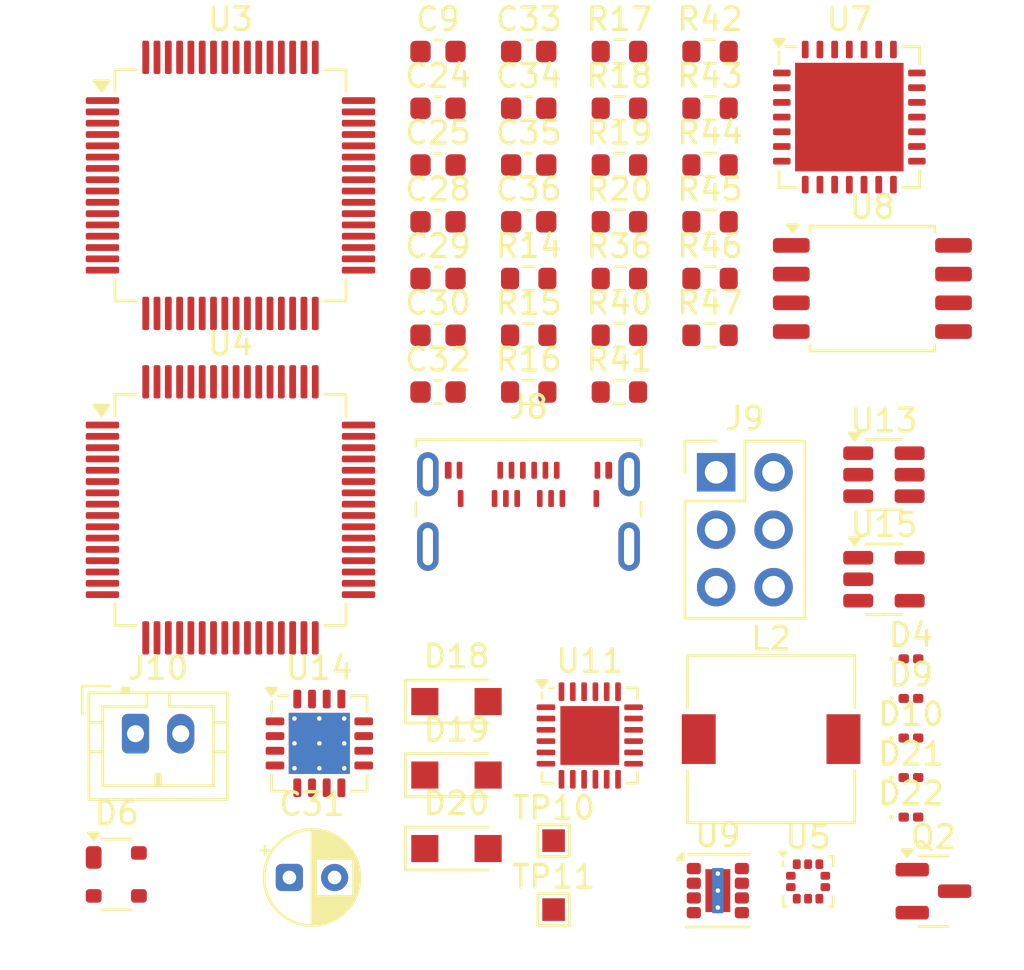
<source format=kicad_pcb>
(kicad_pcb (version 20241229) (generator "pcbnew") (generator_version "9.0")
  (layers (0 "F.Cu" signal) (2 "B.Cu" signal) (13 "F.Paste" user) (15 "B.Paste" user) (5 "F.SilkS" user "F.Silkscreen") (7 "B.SilkS" user "B.Silkscreen") (1 "F.Mask" user) (3 "B.Mask" user) (25 "Edge.Cuts" user))
  (net 0 "")
  (net 1 "Net-(D18-A)")
  (net 2 "GND")
  (net 3 "+3.3V")
  (net 4 "SWITCHOUT")
  (net 5 "+5V")
  (net 6 "Net-(D20-K)")
  (net 7 "Net-(U9-SS{slash}TR)")
  (net 8 "Net-(U15-EN)")
  (net 9 "Net-(D4-A)")
  (net 10 "Net-(D6-I{slash}O1)")
  (net 11 "Net-(D6-I{slash}O2)")
  (net 12 "RX0")
  (net 13 "Net-(D9-A)")
  (net 14 "Net-(D10-A)")
  (net 15 "TX0")
  (net 16 "VBUS")
  (net 17 "Net-(D21-A)")
  (net 18 "Net-(D22-A)")
  (net 20 "Net-(J8-CC1)")
  (net 22 "Net-(J8-CC2)")
  (net 23 "Net-(J9-Pin_6)")
  (net 24 "UPDI")
  (net 25 "Net-(J9-Pin_3)")
  (net 26 "Net-(J9-Pin_2)")
  (net 27 "BAT+")
  (net 28 "Net-(L2-Pad2)")
  (net 29 "Net-(Q2-G)")
  (net 30 "/RX_UPDI")
  (net 31 "Net-(U14-LBI)")
  (net 32 "Net-(U14-FB)")
  (net 33 "Net-(U9-FB)")
  (net 39 "Net-(U3-GND-Pad22)")
  (net 110 "Net-(U4-GND-Pad22)")
  (net 159 "Net-(U5-GND-Pad3)")
  (net 171 "Net-(U7-GND-Pad15)")
  (footprint "Connector_JST:JST_PH_B2B-PH-K_1x02_P2.00mm_Vertical" (layer "F.Cu") (at 134.7725 83.535)
    (property "Reference" "J10" (at 1 -2.9 0) (layer "F.SilkS"))
    (property "Value" "Conn_01x02_Pin")
    (pad "1" thru_hole roundrect (at 0 0) (size 1.2 1.75) (drill 0.75) (layers "*.Cu" "*.Mask") (roundrect_rratio 0.208333) (net 27 "BAT+"))
    (pad "2" thru_hole oval (at 2 0) (size 1.2 1.75) (drill 0.75) (layers "*.Cu" "*.Mask") (net 2 "GND"))
  )
  (footprint "LED_SMD:LED_0201_0603Metric" (layer "F.Cu") (at 169.0675 85.475)
    (property "Reference" "D21" (at 0 -1.05 0) (layer "F.SilkS"))
    (property "Value" "LED")
    (pad "1" smd roundrect (at -0.32 0) (size 0.46 0.4) (layers "F.Cu" "F.Mask") (net 2 "GND"))
    (pad "2" smd roundrect (at 0.32 0) (size 0.46 0.4) (layers "F.Cu" "F.Mask") (net 17 "Net-(D21-A)"))
  )
  (footprint "Package_QFP:TQFP-64_10x10mm_P0.5mm" (layer "F.Cu") (at 138.9725 73.635)
    (property "Reference" "U4" (at 0 -7.35 0) (layer "F.SilkS"))
    (property "Value" "TMCU")
    (pad "1" smd roundrect (at -5.6625 -3.75) (size 1.475 0.3) (layers "F.Cu" "F.Mask" "F.Paste"))
    (pad "2" smd roundrect (at -5.6625 -3.25) (size 1.475 0.3) (layers "F.Cu" "F.Mask" "F.Paste"))
    (pad "3" smd roundrect (at -5.6625 -2.75) (size 1.475 0.3) (layers "F.Cu" "F.Mask" "F.Paste"))
    (pad "4" smd roundrect (at -5.6625 -2.25) (size 1.475 0.3) (layers "F.Cu" "F.Mask" "F.Paste"))
    (pad "5" smd roundrect (at -5.6625 -1.75) (size 1.475 0.3) (layers "F.Cu" "F.Mask" "F.Paste"))
    (pad "6" smd roundrect (at -5.6625 -1.25) (size 1.475 0.3) (layers "F.Cu" "F.Mask" "F.Paste"))
    (pad "7" smd roundrect (at -5.6625 -0.75) (size 1.475 0.3) (layers "F.Cu" "F.Mask" "F.Paste"))
    (pad "8" smd roundrect (at -5.6625 -0.25) (size 1.475 0.3) (layers "F.Cu" "F.Mask" "F.Paste"))
    (pad "9" smd roundrect (at -5.6625 0.25) (size 1.475 0.3) (layers "F.Cu" "F.Mask" "F.Paste"))
    (pad "10" smd roundrect (at -5.6625 0.75) (size 1.475 0.3) (layers "F.Cu" "F.Mask" "F.Paste"))
    (pad "11" smd roundrect (at -5.6625 1.25) (size 1.475 0.3) (layers "F.Cu" "F.Mask" "F.Paste"))
    (pad "12" smd roundrect (at -5.6625 1.75) (size 1.475 0.3) (layers "F.Cu" "F.Mask" "F.Paste"))
    (pad "13" smd roundrect (at -5.6625 2.25) (size 1.475 0.3) (layers "F.Cu" "F.Mask" "F.Paste"))
    (pad "14" smd roundrect (at -5.6625 2.75) (size 1.475 0.3) (layers "F.Cu" "F.Mask" "F.Paste"))
    (pad "15" smd roundrect (at -5.6625 3.25) (size 1.475 0.3) (layers "F.Cu" "F.Mask" "F.Paste"))
    (pad "16" smd roundrect (at -5.6625 3.75) (size 1.475 0.3) (layers "F.Cu" "F.Mask" "F.Paste"))
    (pad "17" smd roundrect (at -3.75 5.6625) (size 0.3 1.475) (layers "F.Cu" "F.Mask" "F.Paste"))
    (pad "18" smd roundrect (at -3.25 5.6625) (size 0.3 1.475) (layers "F.Cu" "F.Mask" "F.Paste"))
    (pad "19" smd roundrect (at -2.75 5.6625) (size 0.3 1.475) (layers "F.Cu" "F.Mask" "F.Paste"))
    (pad "20" smd roundrect (at -2.25 5.6625) (size 0.3 1.475) (layers "F.Cu" "F.Mask" "F.Paste"))
    (pad "21" smd roundrect (at -1.75 5.6625) (size 0.3 1.475) (layers "F.Cu" "F.Mask" "F.Paste"))
    (pad "22" smd roundrect (at -1.25 5.6625) (size 0.3 1.475) (layers "F.Cu" "F.Mask" "F.Paste") (net 110 "Net-(U4-GND-Pad22)"))
    (pad "23" smd roundrect (at -0.75 5.6625) (size 0.3 1.475) (layers "F.Cu" "F.Mask" "F.Paste"))
    (pad "24" smd roundrect (at -0.25 5.6625) (size 0.3 1.475) (layers "F.Cu" "F.Mask" "F.Paste"))
    (pad "25" smd roundrect (at 0.25 5.6625) (size 0.3 1.475) (layers "F.Cu" "F.Mask" "F.Paste"))
    (pad "26" smd roundrect (at 0.75 5.6625) (size 0.3 1.475) (layers "F.Cu" "F.Mask" "F.Paste"))
    (pad "27" smd roundrect (at 1.25 5.6625) (size 0.3 1.475) (layers "F.Cu" "F.Mask" "F.Paste"))
    (pad "28" smd roundrect (at 1.75 5.6625) (size 0.3 1.475) (layers "F.Cu" "F.Mask" "F.Paste"))
    (pad "29" smd roundrect (at 2.25 5.6625) (size 0.3 1.475) (layers "F.Cu" "F.Mask" "F.Paste"))
    (pad "30" smd roundrect (at 2.75 5.6625) (size 0.3 1.475) (layers "F.Cu" "F.Mask" "F.Paste"))
    (pad "31" smd roundrect (at 3.25 5.6625) (size 0.3 1.475) (layers "F.Cu" "F.Mask" "F.Paste"))
    (pad "32" smd roundrect (at 3.75 5.6625) (size 0.3 1.475) (layers "F.Cu" "F.Mask" "F.Paste"))
    (pad "33" smd roundrect (at 5.6625 3.75) (size 1.475 0.3) (layers "F.Cu" "F.Mask" "F.Paste") (net 110 "Net-(U4-GND-Pad22)"))
    (pad "34" smd roundrect (at 5.6625 3.25) (size 1.475 0.3) (layers "F.Cu" "F.Mask" "F.Paste"))
    (pad "35" smd roundrect (at 5.6625 2.75) (size 1.475 0.3) (layers "F.Cu" "F.Mask" "F.Paste"))
    (pad "36" smd roundrect (at 5.6625 2.25) (size 1.475 0.3) (layers "F.Cu" "F.Mask" "F.Paste"))
    (pad "37" smd roundrect (at 5.6625 1.75) (size 1.475 0.3) (layers "F.Cu" "F.Mask" "F.Paste"))
    (pad "38" smd roundrect (at 5.6625 1.25) (size 1.475 0.3) (layers "F.Cu" "F.Mask" "F.Paste"))
    (pad "39" smd roundrect (at 5.6625 0.75) (size 1.475 0.3) (layers "F.Cu" "F.Mask" "F.Paste"))
    (pad "40" smd roundrect (at 5.6625 0.25) (size 1.475 0.3) (layers "F.Cu" "F.Mask" "F.Paste"))
    (pad "41" smd roundrect (at 5.6625 -0.25) (size 1.475 0.3) (layers "F.Cu" "F.Mask" "F.Paste"))
    (pad "42" smd roundrect (at 5.6625 -0.75) (size 1.475 0.3) (layers "F.Cu" "F.Mask" "F.Paste"))
    (pad "43" smd roundrect (at 5.6625 -1.25) (size 1.475 0.3) (layers "F.Cu" "F.Mask" "F.Paste"))
    (pad "44" smd roundrect (at 5.6625 -1.75) (size 1.475 0.3) (layers "F.Cu" "F.Mask" "F.Paste"))
    (pad "45" smd roundrect (at 5.6625 -2.25) (size 1.475 0.3) (layers "F.Cu" "F.Mask" "F.Paste"))
    (pad "46" smd roundrect (at 5.6625 -2.75) (size 1.475 0.3) (layers "F.Cu" "F.Mask" "F.Paste"))
    (pad "47" smd roundrect (at 5.6625 -3.25) (size 1.475 0.3) (layers "F.Cu" "F.Mask" "F.Paste") (net 110 "Net-(U4-GND-Pad22)"))
    (pad "48" smd roundrect (at 5.6625 -3.75) (size 1.475 0.3) (layers "F.Cu" "F.Mask" "F.Paste"))
    (pad "49" smd roundrect (at 3.75 -5.6625) (size 0.3 1.475) (layers "F.Cu" "F.Mask" "F.Paste"))
    (pad "50" smd roundrect (at 3.25 -5.6625) (size 0.3 1.475) (layers "F.Cu" "F.Mask" "F.Paste"))
    (pad "51" smd roundrect (at 2.75 -5.6625) (size 0.3 1.475) (layers "F.Cu" "F.Mask" "F.Paste"))
    (pad "52" smd roundrect (at 2.25 -5.6625) (size 0.3 1.475) (layers "F.Cu" "F.Mask" "F.Paste"))
    (pad "53" smd roundrect (at 1.75 -5.6625) (size 0.3 1.475) (layers "F.Cu" "F.Mask" "F.Paste"))
    (pad "54" smd roundrect (at 1.25 -5.6625) (size 0.3 1.475) (layers "F.Cu" "F.Mask" "F.Paste") (net 110 "Net-(U4-GND-Pad22)"))
    (pad "55" smd roundrect (at 0.75 -5.6625) (size 0.3 1.475) (layers "F.Cu" "F.Mask" "F.Paste"))
    (pad "56" smd roundrect (at 0.25 -5.6625) (size 0.3 1.475) (layers "F.Cu" "F.Mask" "F.Paste"))
    (pad "57" smd roundrect (at -0.25 -5.6625) (size 0.3 1.475) (layers "F.Cu" "F.Mask" "F.Paste"))
    (pad "58" smd roundrect (at -0.75 -5.6625) (size 0.3 1.475) (layers "F.Cu" "F.Mask" "F.Paste"))
    (pad "59" smd roundrect (at -1.25 -5.6625) (size 0.3 1.475) (layers "F.Cu" "F.Mask" "F.Paste"))
    (pad "60" smd roundrect (at -1.75 -5.6625) (size 0.3 1.475) (layers "F.Cu" "F.Mask" "F.Paste"))
    (pad "61" smd roundrect (at -2.25 -5.6625) (size 0.3 1.475) (layers "F.Cu" "F.Mask" "F.Paste"))
    (pad "62" smd roundrect (at -2.75 -5.6625) (size 0.3 1.475) (layers "F.Cu" "F.Mask" "F.Paste"))
    (pad "63" smd roundrect (at -3.25 -5.6625) (size 0.3 1.475) (layers "F.Cu" "F.Mask" "F.Paste"))
    (pad "64" smd roundrect (at -3.75 -5.6625) (size 0.3 1.475) (layers "F.Cu" "F.Mask" "F.Paste"))
  )
  (footprint "Resistor_SMD:R_0603_1608Metric" (layer "F.Cu") (at 156.1725 65.915)
    (property "Reference" "R40" (at 0 -1.43 0) (layer "F.SilkS"))
    (property "Value" "100k")
    (pad "1" smd roundrect (at -0.825 0) (size 0.8 0.95) (layers "F.Cu" "F.Mask" "F.Paste") (net 4 "SWITCHOUT"))
    (pad "2" smd roundrect (at 0.825 0) (size 0.8 0.95) (layers "F.Cu" "F.Mask" "F.Paste") (net 31 "Net-(U14-LBI)"))
  )
  (footprint "Package_DFN_QFN:Texas_RSA_VQFN-16-1EP_4x4mm_P0.65mm_EP2.7x2.7mm_ThermalVias" (layer "F.Cu") (at 142.9025 83.965)
    (property "Reference" "U14" (at 0 -3.33 0) (layer "F.SilkS"))
    (property "Value" "TPS61092")
    (pad "1" smd roundrect (at -1.9625 -0.975) (size 0.825 0.35) (layers "F.Cu" "F.Mask" "F.Paste") (net 5 "+5V"))
    (pad "2" smd roundrect (at -1.9625 -0.325) (size 0.825 0.35) (layers "F.Cu" "F.Mask" "F.Paste"))
    (pad "3" smd roundrect (at -1.9625 0.325) (size 0.825 0.35) (layers "F.Cu" "F.Mask" "F.Paste") (net 28 "Net-(L2-Pad2)"))
    (pad "4" smd roundrect (at -1.9625 0.975) (size 0.825 0.35) (layers "F.Cu" "F.Mask" "F.Paste") (net 28 "Net-(L2-Pad2)"))
    (pad "5" smd roundrect (at -0.975 1.9625) (size 0.35 0.825) (layers "F.Cu" "F.Mask" "F.Paste") (net 2 "GND"))
    (pad "6" smd roundrect (at -0.325 1.9625) (size 0.35 0.825) (layers "F.Cu" "F.Mask" "F.Paste") (net 2 "GND"))
    (pad "7" smd roundrect (at 0.325 1.9625) (size 0.35 0.825) (layers "F.Cu" "F.Mask" "F.Paste") (net 2 "GND"))
    (pad "8" smd roundrect (at 0.975 1.9625) (size 0.35 0.825) (layers "F.Cu" "F.Mask" "F.Paste") (net 4 "SWITCHOUT"))
    (pad "9" smd roundrect (at 1.9625 0.975) (size 0.825 0.35) (layers "F.Cu" "F.Mask" "F.Paste") (net 31 "Net-(U14-LBI)"))
    (pad "10" smd roundrect (at 1.9625 0.325) (size 0.825 0.35) (layers "F.Cu" "F.Mask" "F.Paste") (net 2 "GND"))
    (pad "11" smd roundrect (at 1.9625 -0.325) (size 0.825 0.35) (layers "F.Cu" "F.Mask" "F.Paste") (net 4 "SWITCHOUT"))
    (pad "12" smd roundrect (at 1.9625 -0.975) (size 0.825 0.35) (layers "F.Cu" "F.Mask" "F.Paste"))
    (pad "13" smd roundrect (at 0.975 -1.9625) (size 0.35 0.825) (layers "F.Cu" "F.Mask" "F.Paste") (net 2 "GND"))
    (pad "14" smd roundrect (at 0.325 -1.9625) (size 0.35 0.825) (layers "F.Cu" "F.Mask" "F.Paste") (net 32 "Net-(U14-FB)"))
    (pad "15" smd roundrect (at -0.325 -1.9625) (size 0.35 0.825) (layers "F.Cu" "F.Mask" "F.Paste") (net 5 "+5V"))
    (pad "16" smd roundrect (at -0.975 -1.9625) (size 0.35 0.825) (layers "F.Cu" "F.Mask" "F.Paste") (net 5 "+5V"))
    (pad "17" thru_hole circle (at -1.1 -1.1) (size 0.5 0.5) (drill 0.2) (property pad_prop_heatsink) (layers "*.Cu") (net 2 "GND"))
    (pad "17" thru_hole circle (at -1.1 0) (size 0.5 0.5) (drill 0.2) (property pad_prop_heatsink) (layers "*.Cu") (net 2 "GND"))
    (pad "17" thru_hole circle (at -1.1 1.1) (size 0.5 0.5) (drill 0.2) (property pad_prop_heatsink) (layers "*.Cu") (net 2 "GND"))
    (pad "17" thru_hole circle (at 0 -1.1) (size 0.5 0.5) (drill 0.2) (property pad_prop_heatsink) (layers "*.Cu") (net 2 "GND"))
    (pad "17" thru_hole circle (at 0 0) (size 0.5 0.5) (drill 0.2) (property pad_prop_heatsink) (layers "*.Cu") (net 2 "GND"))
    (pad "17" smd rect (at 0 0) (size 2.7 2.7) (property pad_prop_heatsink) (layers "F.Cu" "F.Mask") (net 2 "GND"))
    (pad "17" smd rect (at 0 0) (size 2.7 2.7) (property pad_prop_heatsink) (layers "B.Cu") (net 2 "GND"))
    (pad "17" thru_hole circle (at 0 1.1) (size 0.5 0.5) (drill 0.2) (property pad_prop_heatsink) (layers "*.Cu") (net 2 "GND"))
    (pad "17" thru_hole circle (at 1.1 -1.1) (size 0.5 0.5) (drill 0.2) (property pad_prop_heatsink) (layers "*.Cu") (net 2 "GND"))
    (pad "17" thru_hole circle (at 1.1 0) (size 0.5 0.5) (drill 0.2) (property pad_prop_heatsink) (layers "*.Cu") (net 2 "GND"))
    (pad "17" thru_hole circle (at 1.1 1.1) (size 0.5 0.5) (drill 0.2) (property pad_prop_heatsink) (layers "*.Cu") (net 2 "GND"))
  )
  (footprint "Resistor_SMD:R_0603_1608Metric" (layer "F.Cu") (at 156.1725 63.405)
    (property "Reference" "R36" (at 0 -1.43 0) (layer "F.SilkS"))
    (property "Value" "330")
    (pad "1" smd roundrect (at -0.825 0) (size 0.8 0.95) (layers "F.Cu" "F.Mask" "F.Paste") (net 3 "+3.3V"))
    (pad "2" smd roundrect (at 0.825 0) (size 0.8 0.95) (layers "F.Cu" "F.Mask" "F.Paste") (net 14 "Net-(D10-A)"))
  )
  (footprint "Capacitor_SMD:C_0603_1608Metric" (layer "F.Cu") (at 148.1525 68.425)
    (property "Reference" "C32" (at 0 -1.43 0) (layer "F.SilkS"))
    (property "Value" "10uF")
    (pad "1" smd roundrect (at -0.775 0) (size 0.9 0.95) (layers "F.Cu" "F.Mask" "F.Paste") (net 6 "Net-(D20-K)"))
    (pad "2" smd roundrect (at 0.775 0) (size 0.9 0.95) (layers "F.Cu" "F.Mask" "F.Paste") (net 2 "GND"))
  )
  (footprint "LED_SMD:LED_0201_0603Metric" (layer "F.Cu") (at 169.0675 83.725)
    (property "Reference" "D10" (at 0 -1.05 0) (layer "F.SilkS"))
    (property "Value" "LED")
    (pad "1" smd roundrect (at -0.32 0) (size 0.46 0.4) (layers "F.Cu" "F.Mask") (net 15 "TX0"))
    (pad "2" smd roundrect (at 0.32 0) (size 0.46 0.4) (layers "F.Cu" "F.Mask") (net 14 "Net-(D10-A)"))
  )
  (footprint "Diode_SMD:Nexperia_CFP3_SOD-123W" (layer "F.Cu") (at 148.9675 85.365)
    (property "Reference" "D19" (at 0 -2 0) (layer "F.SilkS"))
    (property "Value" "PMEG6020ER")
    (pad "1" smd rect (at -1.4 0) (size 1.2 1.2) (layers "F.Cu" "F.Mask" "F.Paste") (net 4 "SWITCHOUT"))
    (pad "2" smd rect (at 1.4 0) (size 1.2 1.2) (layers "F.Cu" "F.Mask" "F.Paste") (net 16 "VBUS"))
  )
  (footprint "Resistor_SMD:R_0603_1608Metric" (layer "F.Cu") (at 160.1825 55.875)
    (property "Reference" "R43" (at 0 -1.43 0) (layer "F.SilkS"))
    (property "Value" "100k")
    (pad "1" smd roundrect (at -0.825 0) (size 0.8 0.95) (layers "F.Cu" "F.Mask" "F.Paste") (net 32 "Net-(U14-FB)"))
    (pad "2" smd roundrect (at 0.825 0) (size 0.8 0.95) (layers "F.Cu" "F.Mask" "F.Paste") (net 2 "GND"))
  )
  (footprint "LED_SMD:LED_0201_0603Metric" (layer "F.Cu") (at 169.0675 87.225)
    (property "Reference" "D22" (at 0 -1.05 0) (layer "F.SilkS"))
    (property "Value" "LED")
    (pad "1" smd roundrect (at -0.32 0) (size 0.46 0.4) (layers "F.Cu" "F.Mask") (net 2 "GND"))
    (pad "2" smd roundrect (at 0.32 0) (size 0.46 0.4) (layers "F.Cu" "F.Mask") (net 18 "Net-(D22-A)"))
  )
  (footprint "Capacitor_SMD:C_0603_1608Metric" (layer "F.Cu") (at 148.1525 63.405)
    (property "Reference" "C29" (at 0 -1.43 0) (layer "F.SilkS"))
    (property "Value" "10u")
    (pad "1" smd roundrect (at -0.775 0) (size 0.9 0.95) (layers "F.Cu" "F.Mask" "F.Paste") (net 4 "SWITCHOUT"))
    (pad "2" smd roundrect (at 0.775 0) (size 0.9 0.95) (layers "F.Cu" "F.Mask" "F.Paste") (net 2 "GND"))
  )
  (footprint "Capacitor_SMD:C_0603_1608Metric" (layer "F.Cu") (at 148.1525 58.385)
    (property "Reference" "C25" (at 0 -1.43 0) (layer "F.SilkS"))
    (property "Value" "100nF")
    (pad "1" smd roundrect (at -0.775 0) (size 0.9 0.95) (layers "F.Cu" "F.Mask" "F.Paste") (net 2 "GND"))
    (pad "2" smd roundrect (at 0.775 0) (size 0.9 0.95) (layers "F.Cu" "F.Mask" "F.Paste") (net 3 "+3.3V"))
  )
  (footprint "LED_SMD:LED_0201_0603Metric" (layer "F.Cu") (at 169.0675 80.225)
    (property "Reference" "D4" (at 0 -1.05 0) (layer "F.SilkS"))
    (property "Value" "LED")
    (pad "1" smd roundrect (at -0.32 0) (size 0.46 0.4) (layers "F.Cu" "F.Mask") (net 2 "GND"))
    (pad "2" smd roundrect (at 0.32 0) (size 0.46 0.4) (layers "F.Cu" "F.Mask") (net 9 "Net-(D4-A)"))
  )
  (footprint "Package_TO_SOT_SMD:SOT-143" (layer "F.Cu") (at 133.9225 89.76)
    (property "Reference" "D6" (at 0.02 -2.7 0) (layer "F.SilkS"))
    (property "Value" "PRTR5V0U2X")
    (pad "1" smd roundrect (at -1 -0.75) (size 0.7 1) (layers "F.Cu" "F.Mask" "F.Paste") (net 2 "GND"))
    (pad "2" smd roundrect (at -1 0.95) (size 0.7 0.6) (layers "F.Cu" "F.Mask" "F.Paste") (net 10 "Net-(D6-I{slash}O1)"))
    (pad "3" smd roundrect (at 1 0.95) (size 0.7 0.6) (layers "F.Cu" "F.Mask" "F.Paste") (net 11 "Net-(D6-I{slash}O2)"))
    (pad "4" smd roundrect (at 1 -0.95) (size 0.7 0.6) (layers "F.Cu" "F.Mask" "F.Paste") (net 1 "Net-(D18-A)"))
  )
  (footprint "Inductor_SMD:L_7.3x7.3_H4.5" (layer "F.Cu") (at 162.8825 83.775)
    (property "Reference" "L2" (at 0 -4.45 0) (layer "F.SilkS"))
    (property "Value" "SLF7055T-6R8N2R8-3PF")
    (pad "1" smd rect (at -3.2 0) (size 1.5 2.2) (layers "F.Cu" "F.Mask" "F.Paste") (net 4 "SWITCHOUT"))
    (pad "2" smd rect (at 3.2 0) (size 1.5 2.2) (layers "F.Cu" "F.Mask" "F.Paste") (net 28 "Net-(L2-Pad2)"))
  )
  (footprint "Package_SO:SOIC-8_5.3x5.3mm_P1.27mm" (layer "F.Cu") (at 167.3625 63.845)
    (property "Reference" "U8" (at 0 -3.6 0) (layer "F.SilkS"))
    (property "Value" "NAND")
    (pad "1" smd roundrect (at -3.5875 -1.905) (size 1.625 0.65) (layers "F.Cu" "F.Mask" "F.Paste"))
    (pad "2" smd roundrect (at -3.5875 -0.635) (size 1.625 0.65) (layers "F.Cu" "F.Mask" "F.Paste"))
    (pad "3" smd roundrect (at -3.5875 0.635) (size 1.625 0.65) (layers "F.Cu" "F.Mask" "F.Paste"))
    (pad "4" smd roundrect (at -3.5875 1.905) (size 1.625 0.65) (layers "F.Cu" "F.Mask" "F.Paste"))
    (pad "5" smd roundrect (at 3.5875 1.905) (size 1.625 0.65) (layers "F.Cu" "F.Mask" "F.Paste"))
    (pad "6" smd roundrect (at 3.5875 0.635) (size 1.625 0.65) (layers "F.Cu" "F.Mask" "F.Paste"))
    (pad "7" smd roundrect (at 3.5875 -0.635) (size 1.625 0.65) (layers "F.Cu" "F.Mask" "F.Paste"))
    (pad "8" smd roundrect (at 3.5875 -1.905) (size 1.625 0.65) (layers "F.Cu" "F.Mask" "F.Paste"))
  )
  (footprint "LED_SMD:LED_0201_0603Metric" (layer "F.Cu") (at 169.0675 81.975)
    (property "Reference" "D9" (at 0 -1.05 0) (layer "F.SilkS"))
    (property "Value" "LED")
    (pad "1" smd roundrect (at -0.32 0) (size 0.46 0.4) (layers "F.Cu" "F.Mask") (net 12 "RX0"))
    (pad "2" smd roundrect (at 0.32 0) (size 0.46 0.4) (layers "F.Cu" "F.Mask") (net 13 "Net-(D9-A)"))
  )
  (footprint "Package_DFN_QFN:QFN-24-1EP_4x4mm_P0.5mm_EP2.6x2.6mm" (layer "F.Cu") (at 154.8625 83.615)
    (property "Reference" "U11" (at 0 -3.3 0) (layer "F.SilkS"))
    (property "Value" "ATSAMD11D14A-M")
    (pad "1" smd roundrect (at -1.9375 -1.25) (size 0.825 0.25) (layers "F.Cu" "F.Mask" "F.Paste"))
    (pad "2" smd roundrect (at -1.9375 -0.75) (size 0.825 0.25) (layers "F.Cu" "F.Mask" "F.Paste"))
    (pad "3" smd roundrect (at -1.9375 -0.25) (size 0.825 0.25) (layers "F.Cu" "F.Mask" "F.Paste"))
    (pad "4" smd roundrect (at -1.9375 0.25) (size 0.825 0.25) (layers "F.Cu" "F.Mask" "F.Paste"))
    (pad "5" smd roundrect (at -1.9375 0.75) (size 0.825 0.25) (layers "F.Cu" "F.Mask" "F.Paste"))
    (pad "6" smd roundrect (at -1.9375 1.25) (size 0.825 0.25) (layers "F.Cu" "F.Mask" "F.Paste"))
    (pad "7" smd roundrect (at -1.25 1.9375) (size 0.25 0.825) (layers "F.Cu" "F.Mask" "F.Paste"))
    (pad "8" smd roundrect (at -0.75 1.9375) (size 0.25 0.825) (layers "F.Cu" "F.Mask" "F.Paste"))
    (pad "9" smd roundrect (at -0.25 1.9375) (size 0.25 0.825) (layers "F.Cu" "F.Mask" "F.Paste"))
    (pad "10" smd roundrect (at 0.25 1.9375) (size 0.25 0.825) (layers "F.Cu" "F.Mask" "F.Paste"))
    (pad "11" smd roundrect (at 0.75 1.9375) (size 0.25 0.825) (layers "F.Cu" "F.Mask" "F.Paste") (net 24 "UPDI"))
    (pad "12" smd roundrect (at 1.25 1.9375) (size 0.25 0.825) (layers "F.Cu" "F.Mask" "F.Paste") (net 30 "/RX_UPDI"))
    (pad "13" smd roundrect (at 1.9375 1.25) (size 0.825 0.25) (layers "F.Cu" "F.Mask" "F.Paste"))
    (pad "14" smd roundrect (at 1.9375 0.75) (size 0.825 0.25) (layers "F.Cu" "F.Mask" "F.Paste"))
    (pad "15" smd roundrect (at 1.9375 0.25) (size 0.825 0.25) (layers "F.Cu" "F.Mask" "F.Paste") (net 12 "RX0"))
    (pad "16" smd roundrect (at 1.9375 -0.25) (size 0.825 0.25) (layers "F.Cu" "F.Mask" "F.Paste") (net 15 "TX0"))
    (pad "17" smd roundrect (at 1.9375 -0.75) (size 0.825 0.25) (layers "F.Cu" "F.Mask" "F.Paste"))
    (pad "18" smd roundrect (at 1.9375 -1.25) (size 0.825 0.25) (layers "F.Cu" "F.Mask" "F.Paste") (net 23 "Net-(J9-Pin_6)"))
    (pad "19" smd roundrect (at 1.25 -1.9375) (size 0.25 0.825) (layers "F.Cu" "F.Mask" "F.Paste") (net 25 "Net-(J9-Pin_3)"))
    (pad "20" smd roundrect (at 0.75 -1.9375) (size 0.25 0.825) (layers "F.Cu" "F.Mask" "F.Paste") (net 26 "Net-(J9-Pin_2)"))
    (pad "21" smd roundrect (at 0.25 -1.9375) (size 0.25 0.825) (layers "F.Cu" "F.Mask" "F.Paste") (net 11 "Net-(D6-I{slash}O2)"))
    (pad "22" smd roundrect (at -0.25 -1.9375) (size 0.25 0.825) (layers "F.Cu" "F.Mask" "F.Paste") (net 10 "Net-(D6-I{slash}O1)"))
    (pad "23" smd roundrect (at -0.75 -1.9375) (size 0.25 0.825) (layers "F.Cu" "F.Mask" "F.Paste") (net 2 "GND"))
    (pad "24" smd roundrect (at -1.25 -1.9375) (size 0.25 0.825) (layers "F.Cu" "F.Mask" "F.Paste") (net 3 "+3.3V"))
    (pad "25" smd rect (at 0 0) (size 2.6 2.6) (property pad_prop_heatsink) (layers "F.Cu" "F.Mask"))
  )
  (footprint "Package_LGA:ST_HLGA-10_2x2mm_P0.5mm_LayoutBorder3x2y" (layer "F.Cu") (at 164.5175 90.07)
    (property "Reference" "U5" (at 0 -1.95 0) (layer "F.SilkS"))
    (property "Value" "LPS22HB")
    (pad "1" smd roundrect (at -0.7625 -0.25) (size 0.425 0.35) (layers "F.Cu" "F.Mask" "F.Paste"))
    (pad "2" smd roundrect (at -0.7625 0.25) (size 0.425 0.35) (layers "F.Cu" "F.Mask" "F.Paste"))
    (pad "3" smd roundrect (at -0.5 0.7625) (size 0.35 0.425) (layers "F.Cu" "F.Mask" "F.Paste") (net 159 "Net-(U5-GND-Pad3)"))
    (pad "4" smd roundrect (at 0 0.7625) (size 0.35 0.425) (layers "F.Cu" "F.Mask" "F.Paste"))
    (pad "5" smd roundrect (at 0.5 0.7625) (size 0.35 0.425) (layers "F.Cu" "F.Mask" "F.Paste"))
    (pad "6" smd roundrect (at 0.7625 0.25) (size 0.425 0.35) (layers "F.Cu" "F.Mask" "F.Paste"))
    (pad "7" smd roundrect (at 0.7625 -0.25) (size 0.425 0.35) (layers "F.Cu" "F.Mask" "F.Paste"))
    (pad "8" smd roundrect (at 0.5 -0.7625) (size 0.35 0.425) (layers "F.Cu" "F.Mask" "F.Paste") (net 159 "Net-(U5-GND-Pad3)"))
    (pad "9" smd roundrect (at 0 -0.7625) (size 0.35 0.425) (layers "F.Cu" "F.Mask" "F.Paste") (net 159 "Net-(U5-GND-Pad3)"))
    (pad "10" smd roundrect (at -0.5 -0.7625) (size 0.35 0.425) (layers "F.Cu" "F.Mask" "F.Paste"))
  )
  (footprint "TestPoint:TestPoint_Pad_1.0x1.0mm" (layer "F.Cu") (at 153.2625 88.265)
    (property "Reference" "TP10" (at 0 -1.448 0) (layer "F.SilkS"))
    (property "Value" "TestPoint")
    (pad "1" smd rect (at 0 0) (size 1 1) (layers "F.Cu" "F.Mask") (net 10 "Net-(D6-I{slash}O1)"))
  )
  (footprint "Capacitor_SMD:C_0603_1608Metric" (layer "F.Cu") (at 152.1625 55.875)
    (property "Reference" "C34" (at 0 -1.43 0) (layer "F.SilkS"))
    (property "Value" "22uF")
    (pad "1" smd roundrect (at -0.775 0) (size 0.9 0.95) (layers "F.Cu" "F.Mask" "F.Paste") (net 8 "Net-(U15-EN)"))
    (pad "2" smd roundrect (at 0.775 0) (size 0.9 0.95) (layers "F.Cu" "F.Mask" "F.Paste") (net 2 "GND"))
  )
  (footprint "Capacitor_SMD:C_0603_1608Metric" (layer "F.Cu") (at 148.1525 53.365)
    (property "Reference" "C9" (at 0 -1.43 0) (layer "F.SilkS"))
    (property "Value" "4n7")
    (pad "1" smd roundrect (at -0.775 0) (size 0.9 0.95) (layers "F.Cu" "F.Mask" "F.Paste") (net 2 "GND"))
    (pad "2" smd roundrect (at 0.775 0) (size 0.9 0.95) (layers "F.Cu" "F.Mask" "F.Paste") (net 1 "Net-(D18-A)"))
  )
  (footprint "TestPoint:TestPoint_Pad_1.0x1.0mm" (layer "F.Cu") (at 153.2625 91.315)
    (property "Reference" "TP11" (at 0 -1.448 0) (layer "F.SilkS"))
    (property "Value" "TestPoint")
    (pad "1" smd rect (at 0 0) (size 1 1) (layers "F.Cu" "F.Mask") (net 11 "Net-(D6-I{slash}O2)"))
  )
  (footprint "Connector_USB:USB_C_Receptacle_Amphenol_124019772112A" (layer "F.Cu") (at 152.1525 75.085)
    (property "Reference" "J8" (at 0 -6 0) (layer "F.SilkS"))
    (property "Value" "USB_C_Receptacle_USB2.0_16P")
    (pad "A1" smd roundrect (at -3.55 -3.2) (size 0.3 0.75) (layers "F.Cu" "F.Mask" "F.Paste") (net 2 "GND"))
    (pad "A1" smd roundrect (at -3.05 -3.2) (size 0.25 0.75) (layers "F.Cu" "F.Mask" "F.Paste") (net 2 "GND"))
    (pad "A1" smd roundrect (at 3.55 -3.2) (size 0.3 0.75) (layers "F.Cu" "F.Mask" "F.Paste") (net 2 "GND"))
    (pad "A4" smd roundrect (at -1.25 -3.2) (size 0.25 0.75) (layers "F.Cu" "F.Mask" "F.Paste") (net 1 "Net-(D18-A)"))
    (pad "A5" smd roundrect (at -0.75 -3.2) (size 0.25 0.75) (layers "F.Cu" "F.Mask" "F.Paste") (net 20 "Net-(J8-CC1)"))
    (pad "A6" smd roundrect (at -0.25 -3.2) (size 0.25 0.75) (layers "F.Cu" "F.Mask" "F.Paste") (net 10 "Net-(D6-I{slash}O1)"))
    (pad "A7" smd roundrect (at 0.25 -3.2) (size 0.25 0.75) (layers "F.Cu" "F.Mask" "F.Paste") (net 11 "Net-(D6-I{slash}O2)"))
    (pad "A8" smd roundrect (at 0.75 -3.2) (size 0.25 0.75) (layers "F.Cu" "F.Mask" "F.Paste"))
    (pad "A9" smd roundrect (at 1.25 -3.2) (size 0.25 0.75) (layers "F.Cu" "F.Mask" "F.Paste") (net 1 "Net-(D18-A)"))
    (pad "A12" smd roundrect (at 3.05 -3.2) (size 0.25 0.75) (layers "F.Cu" "F.Mask" "F.Paste") (net 2 "GND"))
    (pad "B1" smd roundrect (at 3 -1.95) (size 0.25 0.75) (layers "F.Cu" "F.Mask" "F.Paste") (net 2 "GND"))
    (pad "B4" smd roundrect (at 1.5 -1.95) (size 0.25 0.75) (layers "F.Cu" "F.Mask" "F.Paste") (net 1 "Net-(D18-A)"))
    (pad "B5" smd roundrect (at 1 -1.95) (size 0.25 0.75) (layers "F.Cu" "F.Mask" "F.Paste") (net 22 "Net-(J8-CC2)"))
    (pad "B6" smd roundrect (at 0.5 -1.95) (size 0.25 0.75) (layers "F.Cu" "F.Mask" "F.Paste") (net 10 "Net-(D6-I{slash}O1)"))
    (pad "B7" smd roundrect (at -0.5 -1.95) (size 0.25 0.75) (layers "F.Cu" "F.Mask" "F.Paste") (net 11 "Net-(D6-I{slash}O2)"))
    (pad "B8" smd roundrect (at -1 -1.95) (size 0.25 0.75) (layers "F.Cu" "F.Mask" "F.Paste"))
    (pad "B9" smd roundrect (at -1.5 -1.95) (size 0.25 0.75) (layers "F.Cu" "F.Mask" "F.Paste") (net 1 "Net-(D18-A)"))
    (pad "B12" smd roundrect (at -3 -1.95) (size 0.25 0.75) (layers "F.Cu" "F.Mask" "F.Paste") (net 2 "GND"))
    (pad "S1" thru_hole oval (at -4.45 -3.025) (size 0.95 1.95) (drill oval 0.45 1.45) (property pad_prop_heatsink) (layers "*.Cu" "*.Mask") (net 2 "GND"))
    (pad "S1" thru_hole oval (at -4.45 0.175) (size 0.95 2.15) (drill oval 0.45 1.65) (property pad_prop_heatsink) (layers "*.Cu" "*.Mask") (net 2 "GND"))
    (pad "S1" thru_hole oval (at 4.45 -3.025) (size 0.95 1.95) (drill oval 0.45 1.45) (property pad_prop_heatsink) (layers "*.Cu" "*.Mask") (net 2 "GND"))
    (pad "S1" thru_hole oval (at 4.45 0.175) (size 0.95 2.15) (drill oval 0.45 1.65) (property pad_prop_heatsink) (layers "*.Cu" "*.Mask") (net 2 "GND"))
  )
  (footprint "Capacitor_SMD:C_0603_1608Metric" (layer "F.Cu") (at 152.1625 58.385)
    (property "Reference" "C35" (at 0 -1.43 0) (layer "F.SilkS"))
    (property "Value" "1uF")
    (pad "1" smd roundrect (at -0.775 0) (size 0.9 0.95) (layers "F.Cu" "F.Mask" "F.Paste") (net 8 "Net-(U15-EN)"))
    (pad "2" smd roundrect (at 0.775 0) (size 0.9 0.95) (layers "F.Cu" "F.Mask" "F.Paste") (net 2 "GND"))
  )
  (footprint "Resistor_SMD:R_0603_1608Metric" (layer "F.Cu") (at 156.1725 68.425)
    (property "Reference" "R41" (at 0 -1.43 0) (layer "F.SilkS"))
    (property "Value" "100k")
    (pad "1" smd roundrect (at -0.825 0) (size 0.8 0.95) (layers "F.Cu" "F.Mask" "F.Paste") (net 31 "Net-(U14-LBI)"))
    (pad "2" smd roundrect (at 0.825 0) (size 0.8 0.95) (layers "F.Cu" "F.Mask" "F.Paste") (net 2 "GND"))
  )
  (footprint "Resistor_SMD:R_0603_1608Metric" (layer "F.Cu") (at 152.1625 63.405)
    (property "Reference" "R14" (at 0 -1.43 0) (layer "F.SilkS"))
    (property "Value" "5k1")
    (pad "1" smd roundrect (at -0.825 0) (size 0.8 0.95) (layers "F.Cu" "F.Mask" "F.Paste") (net 20 "Net-(J8-CC1)"))
    (pad "2" smd roundrect (at 0.825 0) (size 0.8 0.95) (layers "F.Cu" "F.Mask" "F.Paste") (net 2 "GND"))
  )
  (footprint "Resistor_SMD:R_0603_1608Metric" (layer "F.Cu") (at 156.1725 55.875)
    (property "Reference" "R18" (at 0 -1.43 0) (layer "F.SilkS"))
    (property "Value" "4k7")
    (pad "1" smd roundrect (at -0.825 0) (size 0.8 0.95) (layers "F.Cu" "F.Mask" "F.Paste") (net 3 "+3.3V"))
    (pad "2" smd roundrect (at 0.825 0) (size 0.8 0.95) (layers "F.Cu" "F.Mask" "F.Paste") (net 25 "Net-(J9-Pin_3)"))
  )
  (footprint "Package_TO_SOT_SMD:TSOT-23-6" (layer "F.Cu") (at 167.8725 72.08)
    (property "Reference" "U13" (at 0 -2.4 0) (layer "F.SilkS"))
    (property "Value" "LTC4412xS6")
    (pad "1" smd roundrect (at -1.1375 -0.95) (size 1.325 0.6) (layers "F.Cu" "F.Mask" "F.Paste") (net 27 "BAT+"))
    (pad "2" smd roundrect (at -1.1375 0) (size 1.325 0.6) (layers "F.Cu" "F.Mask" "F.Paste") (net 2 "GND"))
    (pad "3" smd roundrect (at -1.1375 0.95) (size 1.325 0.6) (layers "F.Cu" "F.Mask" "F.Paste") (net 2 "GND"))
    (pad "4" smd roundrect (at 1.1375 0.95) (size 1.325 0.6) (layers "F.Cu" "F.Mask" "F.Paste"))
    (pad "5" smd roundrect (at 1.1375 0) (size 1.325 0.6) (layers "F.Cu" "F.Mask" "F.Paste") (net 29 "Net-(Q2-G)"))
    (pad "6" smd roundrect (at 1.1375 -0.95) (size 1.325 0.6) (layers "F.Cu" "F.Mask" "F.Paste") (net 4 "SWITCHOUT"))
  )
  (footprint "Capacitor_SMD:C_0603_1608Metric" (layer "F.Cu") (at 152.1625 60.895)
    (property "Reference" "C36" (at 0 -1.43 0) (layer "F.SilkS"))
    (property "Value" "1u")
    (pad "1" smd roundrect (at -0.775 0) (size 0.9 0.95) (layers "F.Cu" "F.Mask" "F.Paste") (net 3 "+3.3V"))
    (pad "2" smd roundrect (at 0.775 0) (size 0.9 0.95) (layers "F.Cu" "F.Mask" "F.Paste") (net 2 "GND"))
  )
  (footprint "Package_DFN_QFN:QFN-28-1EP_6x6mm_P0.65mm_EP4.8x4.8mm" (layer "F.Cu") (at 166.3425 56.265)
    (property "Reference" "U7" (at 0 -4.33 0) (layer "F.SilkS"))
    (property "Value" "SX1276")
    (pad "1" smd roundrect (at -2.9875 -1.95) (size 0.775 0.3) (layers "F.Cu" "F.Mask" "F.Paste"))
    (pad "2" smd roundrect (at -2.9875 -1.3) (size 0.775 0.3) (layers "F.Cu" "F.Mask" "F.Paste"))
    (pad "3" smd roundrect (at -2.9875 -0.65) (size 0.775 0.3) (layers "F.Cu" "F.Mask" "F.Paste"))
    (pad "4" smd roundrect (at -2.9875 0) (size 0.775 0.3) (layers "F.Cu" "F.Mask" "F.Paste"))
    (pad "5" smd roundrect (at -2.9875 0.65) (size 0.775 0.3) (layers "F.Cu" "F.Mask" "F.Paste"))
    (pad "6" smd roundrect (at -2.9875 1.3) (size 0.775 0.3) (layers "F.Cu" "F.Mask" "F.Paste"))
    (pad "7" smd roundrect (at -2.9875 1.95) (size 0.775 0.3) (layers "F.Cu" "F.Mask" "F.Paste"))
    (pad "8" smd roundrect (at -1.95 2.9875) (size 0.3 0.775) (layers "F.Cu" "F.Mask" "F.Paste"))
    (pad "9" smd roundrect (at -1.3 2.9875) (size 0.3 0.775) (layers "F.Cu" "F.Mask" "F.Paste"))
    (pad "10" smd roundrect (at -0.65 2.9875) (size 0.3 0.775) (layers "F.Cu" "F.Mask" "F.Paste"))
    (pad "11" smd roundrect (at 0 2.9875) (size 0.3 0.775) (layers "F.Cu" "F.Mask" "F.Paste"))
    (pad "12" smd roundrect (at 0.65 2.9875) (size 0.3 0.775) (layers "F.Cu" "F.Mask" "F.Paste"))
    (pad "13" smd roundrect (at 1.3 2.9875) (size 0.3 0.775) (layers "F.Cu" "F.Mask" "F.Paste"))
    (pad "14" smd roundrect (at 1.95 2.9875) (size 0.3 0.775) (layers "F.Cu" "F.Mask" "F.Paste"))
    (pad "15" smd roundrect (at 2.9875 1.95) (size 0.775 0.3) (layers "F.Cu" "F.Mask" "F.Paste") (net 171 "Net-(U7-GND-Pad15)"))
    (pad "16" smd roundrect (at 2.9875 1.3) (size 0.775 0.3) (layers "F.Cu" "F.Mask" "F.Paste"))
    (pad "17" smd roundrect (at 2.9875 0.65) (size 0.775 0.3) (layers "F.Cu" "F.Mask" "F.Paste"))
    (pad "18" smd roundrect (at 2.9875 0) (size 0.775 0.3) (layers "F.Cu" "F.Mask" "F.Paste"))
    (pad "19" smd roundrect (at 2.9875 -0.65) (size 0.775 0.3) (layers "F.Cu" "F.Mask" "F.Paste"))
    (pad "20" smd roundrect (at 2.9875 -1.3) (size 0.775 0.3) (layers "F.Cu" "F.Mask" "F.Paste"))
    (pad "21" smd roundrect (at 2.9875 -1.95) (size 0.775 0.3) (layers "F.Cu" "F.Mask" "F.Paste"))
    (pad "22" smd roundrect (at 1.95 -2.9875) (size 0.3 0.775) (layers "F.Cu" "F.Mask" "F.Paste"))
    (pad "23" smd roundrect (at 1.3 -2.9875) (size 0.3 0.775) (layers "F.Cu" "F.Mask" "F.Paste") (net 171 "Net-(U7-GND-Pad15)"))
    (pad "24" smd roundrect (at 0.65 -2.9875) (size 0.3 0.775) (layers "F.Cu" "F.Mask" "F.Paste"))
    (pad "25" smd roundrect (at 0 -2.9875) (size 0.3 0.775) (layers "F.Cu" "F.Mask" "F.Paste"))
    (pad "26" smd roundrect (at -0.65 -2.9875) (size 0.3 0.775) (layers "F.Cu" "F.Mask" "F.Paste") (net 171 "Net-(U7-GND-Pad15)"))
    (pad "27" smd roundrect (at -1.3 -2.9875) (size 0.3 0.775) (layers "F.Cu" "F.Mask" "F.Paste"))
    (pad "28" smd roundrect (at -1.95 -2.9875) (size 0.3 0.775) (layers "F.Cu" "F.Mask" "F.Paste"))
    (pad "29" smd rect (at 0 0) (size 4.8 4.8) (property pad_prop_heatsink) (layers "F.Cu" "F.Mask") (net 171 "Net-(U7-GND-Pad15)"))
  )
  (footprint "Resistor_SMD:R_0603_1608Metric" (layer "F.Cu") (at 160.1825 65.915)
    (property "Reference" "R47" (at 0 -1.43 0) (layer "F.SilkS"))
    (property "Value" "330")
    (pad "1" smd roundrect (at -0.825 0) (size 0.8 0.95) (layers "F.Cu" "F.Mask" "F.Paste") (net 3 "+3.3V"))
    (pad "2" smd roundrect (at 0.825 0) (size 0.8 0.95) (layers "F.Cu" "F.Mask" "F.Paste") (net 18 "Net-(D22-A)"))
  )
  (footprint "Package_TO_SOT_SMD:SOT-23-5" (layer "F.Cu") (at 167.8725 76.705)
    (property "Reference" "U15" (at 0 -2.4 0) (layer "F.SilkS"))
    (property "Value" "AP2112K-3.3")
    (pad "1" smd roundrect (at -1.1375 -0.95) (size 1.325 0.6) (layers "F.Cu" "F.Mask" "F.Paste") (net 8 "Net-(U15-EN)"))
    (pad "2" smd roundrect (at -1.1375 0) (size 1.325 0.6) (layers "F.Cu" "F.Mask" "F.Paste") (net 2 "GND"))
    (pad "3" smd roundrect (at -1.1375 0.95) (size 1.325 0.6) (layers "F.Cu" "F.Mask" "F.Paste") (net 8 "Net-(U15-EN)"))
    (pad "4" smd roundrect (at 1.1375 0.95) (size 1.325 0.6) (layers "F.Cu" "F.Mask" "F.Paste"))
    (pad "5" smd roundrect (at 1.1375 -0.95) (size 1.325 0.6) (layers "F.Cu" "F.Mask" "F.Paste") (net 3 "+3.3V"))
  )
  (footprint "Resistor_SMD:R_0603_1608Metric" (layer "F.Cu") (at 160.1825 53.365)
    (property "Reference" "R42" (at 0 -1.43 0) (layer "F.SilkS"))
    (property "Value" "315k")
    (pad "1" smd roundrect (at -0.825 0) (size 0.8 0.95) (layers "F.Cu" "F.Mask" "F.Paste") (net 5 "+5V"))
    (pad "2" smd roundrect (at 0.825 0) (size 0.8 0.95) (layers "F.Cu" "F.Mask" "F.Paste") (net 32 "Net-(U14-FB)"))
  )
  (footprint "Capacitor_SMD:C_0603_1608Metric" (layer "F.Cu") (at 152.1625 53.365)
    (property "Reference" "C33" (at 0 -1.43 0) (layer "F.SilkS"))
    (property "Value" "3.3 nF")
    (pad "1" smd roundrect (at -0.775 0) (size 0.9 0.95) (layers "F.Cu" "F.Mask" "F.Paste") (net 7 "Net-(U9-SS{slash}TR)"))
    (pad "2" smd roundrect (at 0.775 0) (size 0.9 0.95) (layers "F.Cu" "F.Mask" "F.Paste") (net 2 "GND"))
  )
  (footprint "Resistor_SMD:R_0603_1608Metric" (layer "F.Cu") (at 156.1725 53.365)
    (property "Reference" "R17" (at 0 -1.43 0) (layer "F.SilkS"))
    (property "Value" "4k7")
    (pad "1" smd roundrect (at -0.825 0) (size 0.8 0.95) (layers "F.Cu" "F.Mask" "F.Paste") (net 3 "+3.3V"))
    (pad "2" smd roundrect (at 0.825 0) (size 0.8 0.95) (layers "F.Cu" "F.Mask" "F.Paste") (net 23 "Net-(J9-Pin_6)"))
  )
  (footprint "Resistor_SMD:R_0603_1608Metric" (layer "F.Cu") (at 156.1725 58.385)
    (property "Reference" "R19" (at 0 -1.43 0) (layer "F.SilkS"))
    (property "Value" "0")
    (pad "1" smd roundrect (at -0.825 0) (size 0.8 0.95) (layers "F.Cu" "F.Mask" "F.Paste") (net 30 "/RX_UPDI"))
    (pad "2" smd roundrect (at 0.825 0) (size 0.8 0.95) (layers "F.Cu" "F.Mask" "F.Paste") (net 24 "UPDI"))
  )
  (footprint "Capacitor_SMD:C_0603_1608Metric" (layer "F.Cu") (at 148.1525 65.915)
    (property "Reference" "C30" (at 0 -1.43 0) (layer "F.SilkS"))
    (property "Value" "2u2")
    (pad "1" smd roundrect (at -0.775 0) (size 0.9 0.95) (layers "F.Cu" "F.Mask" "F.Paste") (net 5 "+5V"))
    (pad "2" smd roundrect (at 0.775 0) (size 0.9 0.95) (layers "F.Cu" "F.Mask" "F.Paste") (net 2 "GND"))
  )
  (footprint "Resistor_SMD:R_0603_1608Metric" (layer "F.Cu") (at 160.1825 60.895)
    (property "Reference" "R45" (at 0 -1.43 0) (layer "F.SilkS"))
    (property "Value" "100k")
    (pad "1" smd roundrect (at -0.825 0) (size 0.8 0.95) (layers "F.Cu" "F.Mask" "F.Paste") (net 33 "Net-(U9-FB)"))
    (pad "2" smd roundrect (at 0.825 0) (size 0.8 0.95) (layers "F.Cu" "F.Mask" "F.Paste") (net 2 "GND"))
  )
  (footprint "Capacitor_SMD:C_0603_1608Metric" (layer "F.Cu") (at 148.1525 55.875)
    (property "Reference" "C24" (at 0 -1.43 0) (layer "F.SilkS"))
    (property "Value" "100n")
    (pad "1" smd roundrect (at -0.775 0) (size 0.9 0.95) (layers "F.Cu" "F.Mask" "F.Paste") (net 2 "GND"))
    (pad "2" smd roundrect (at 0.775 0) (size 0.9 0.95) (layers "F.Cu" "F.Mask" "F.Paste") (net 1 "Net-(D18-A)"))
  )
  (footprint "Connector_PinHeader_2.54mm:PinHeader_2x03_P2.54mm_Vertical" (layer "F.Cu") (at 160.4525 71.975)
    (property "Reference" "J9" (at 1.27 -2.38 0) (layer "F.SilkS"))
    (property "Value" "Conn_02x03_Odd_Even")
    (pad "1" thru_hole rect (at 0 0) (size 1.7 1.7) (drill 1) (layers "*.Cu" "*.Mask") (net 3 "+3.3V"))
    (pad "2" thru_hole circle (at 2.54 0) (size 1.7 1.7) (drill 1) (layers "*.Cu" "*.Mask") (net 26 "Net-(J9-Pin_2)"))
    (pad "3" thru_hole circle (at 0 2.54) (size 1.7 1.7) (drill 1) (layers "*.Cu" "*.Mask") (net 25 "Net-(J9-Pin_3)"))
    (pad "4" thru_hole circle (at 2.54 2.54) (size 1.7 1.7) (drill 1) (layers "*.Cu" "*.Mask") (net 24 "UPDI"))
    (pad "5" thru_hole circle (at 0 5.08) (size 1.7 1.7) (drill 1) (layers "*.Cu" "*.Mask") (net 2 "GND"))
    (pad "6" thru_hole circle (at 2.54 5.08) (size 1.7 1.7) (drill 1) (layers "*.Cu" "*.Mask") (net 23 "Net-(J9-Pin_6)"))
  )
  (footprint "Package_QFP:TQFP-64_10x10mm_P0.5mm" (layer "F.Cu") (at 138.9725 59.285)
    (property "Reference" "U3" (at 0 -7.35 0) (layer "F.SilkS"))
    (property "Value" "NMCU")
    (pad "1" smd roundrect (at -5.6625 -3.75) (size 1.475 0.3) (layers "F.Cu" "F.Mask" "F.Paste"))
    (pad "2" smd roundrect (at -5.6625 -3.25) (size 1.475 0.3) (layers "F.Cu" "F.Mask" "F.Paste"))
    (pad "3" smd roundrect (at -5.6625 -2.75) (size 1.475 0.3) (layers "F.Cu" "F.Mask" "F.Paste"))
    (pad "4" smd roundrect (at -5.6625 -2.25) (size 1.475 0.3) (layers "F.Cu" "F.Mask" "F.Paste"))
    (pad "5" smd roundrect (at -5.6625 -1.75) (size 1.475 0.3) (layers "F.Cu" "F.Mask" "F.Paste"))
    (pad "6" smd roundrect (at -5.6625 -1.25) (size 1.475 0.3) (layers "F.Cu" "F.Mask" "F.Paste"))
    (pad "7" smd roundrect (at -5.6625 -0.75) (size 1.475 0.3) (layers "F.Cu" "F.Mask" "F.Paste"))
    (pad "8" smd roundrect (at -5.6625 -0.25) (size 1.475 0.3) (layers "F.Cu" "F.Mask" "F.Paste"))
    (pad "9" smd roundrect (at -5.6625 0.25) (size 1.475 0.3) (layers "F.Cu" "F.Mask" "F.Paste"))
    (pad "10" smd roundrect (at -5.6625 0.75) (size 1.475 0.3) (layers "F.Cu" "F.Mask" "F.Paste"))
    (pad "11" smd roundrect (at -5.6625 1.25) (size 1.475 0.3) (layers "F.Cu" "F.Mask" "F.Paste"))
    (pad "12" smd roundrect (at -5.6625 1.75) (size 1.475 0.3) (layers "F.Cu" "F.Mask" "F.Paste"))
    (pad "13" smd roundrect (at -5.6625 2.25) (size 1.475 0.3) (layers "F.Cu" "F.Mask" "F.Paste"))
    (pad "14" smd roundrect (at -5.6625 2.75) (size 1.475 0.3) (layers "F.Cu" "F.Mask" "F.Paste"))
    (pad "15" smd roundrect (at -5.6625 3.25) (size 1.475 0.3) (layers "F.Cu" "F.Mask" "F.Paste"))
    (pad "16" smd roundrect (at -5.6625 3.75) (size 1.475 0.3) (layers "F.Cu" "F.Mask" "F.Paste"))
    (pad "17" smd roundrect (at -3.75 5.6625) (size 0.3 1.475) (layers "F.Cu" "F.Mask" "F.Paste"))
    (pad "18" smd roundrect (at -3.25 5.6625) (size 0.3 1.475) (layers "F.Cu" "F.Mask" "F.Paste"))
    (pad "19" smd roundrect (at -2.75 5.6625) (size 0.3 1.475) (layers "F.Cu" "F.Mask" "F.Paste"))
    (pad "20" smd roundrect (at -2.25 5.6625) (size 0.3 1.475) (layers "F.Cu" "F.Mask" "F.Paste"))
    (pad "21" smd roundrect (at -1.75 5.6625) (size 0.3 1.475) (layers "F.Cu" "F.Mask" "F.Paste"))
    (pad "22" smd roundrect (at -1.25 5.6625) (size 0.3 1.475) (layers "F.Cu" "F.Mask" "F.Paste") (net 39 "Net-(U3-GND-Pad22)"))
    (pad "23" smd roundrect (at -0.75 5.6625) (size 0.3 1.475) (layers "F.Cu" "F.Mask" "F.Paste"))
    (pad "24" smd roundrect (at -0.25 5.6625) (size 0.3 1.475) (layers "F.Cu" "F.Mask" "F.Paste"))
    (pad "25" smd roundrect (at 0.25 5.6625) (size 0.3 1.475) (layers "F.Cu" "F.Mask" "F.Paste"))
    (pad "26" smd roundrect (at 0.75 5.6625) (size 0.3 1.475) (layers "F.Cu" "F.Mask" "F.Paste"))
    (pad "27" smd roundrect (at 1.25 5.6625) (size 0.3 1.475) (layers "F.Cu" "F.Mask" "F.Paste"))
    (pad "28" smd roundrect (at 1.75 5.6625) (size 0.3 1.475) (layers "F.Cu" "F.Mask" "F.Paste"))
    (pad "29" smd roundrect (at 2.25 5.6625) (size 0.3 1.475) (layers "F.Cu" "F.Mask" "F.Paste"))
    (pad "30" smd roundrect (at 2.75 5.6625) (size 0.3 1.475) (layers "F.Cu" "F.Mask" "F.Paste"))
    (pad "31" smd roundrect (at 3.25 5.6625) (size 0.3 1.475) (layers "F.Cu" "F.Mask" "F.Paste"))
    (pad "32" smd roundrect (at 3.75 5.6625) (size 0.3 1.475) (layers "F.Cu" "F.Mask" "F.Paste"))
    (pad "33" smd roundrect (at 5.6625 3.75) (size 1.475 0.3) (layers "F.Cu" "F.Mask" "F.Paste") (net 39 "Net-(U3-GND-Pad22)"))
    (pad "34" smd roundrect (at 5.6625 3.25) (size 1.475 0.3) (layers "F.Cu" "F.Mask" "F.Paste"))
    (pad "35" smd roundrect (at 5.6625 2.75) (size 1.475 0.3) (layers "F.Cu" "F.Mask" "F.Paste"))
    (pad "36" smd roundrect (at 5.6625 2.25) (size 1.475 0.3) (layers "F.Cu" "F.Mask" "F.Paste"))
    (pad "37" smd roundrect (at 5.6625 1.75) (size 1.475 0.3) (layers "F.Cu" "F.Mask" "F.Paste"))
    (pad "38" smd roundrect (at 5.6625 1.25) (size 1.475 0.3) (layers "F.Cu" "F.Mask" "F.Paste"))
    (pad "39" smd roundrect (at 5.6625 0.75) (size 1.475 0.3) (layers "F.Cu" "F.Mask" "F.Paste"))
    (pad "40" smd roundrect (at 5.6625 0.25) (size 1.475 0.3) (layers "F.Cu" "F.Mask" "F.Paste"))
    (pad "41" smd roundrect (at 5.6625 -0.25) (size 1.475 0.3) (layers "F.Cu" "F.Mask" "F.Paste"))
    (pad "42" smd roundrect (at 5.6625 -0.75) (size 1.475 0.3) (layers "F.Cu" "F.Mask" "F.Paste"))
    (pad "43" smd roundrect (at 5.6625 -1.25) (size 1.475 0.3) (layers "F.Cu" "F.Mask" "F.Paste"))
    (pad "44" smd roundrect (at 5.6625 -1.75) (size 1.475 0.3) (layers "F.Cu" "F.Mask" "F.Paste"))
    (pad "45" smd roundrect (at 5.6625 -2.25) (size 1.475 0.3) (layers "F.Cu" "F.Mask" "F.Paste"))
    (pad "46" smd roundrect (at 5.6625 -2.75) (size 1.475 0.3) (layers "F.Cu" "F.Mask" "F.Paste"))
    (pad "47" smd roundrect (at 5.6625 -3.25) (size 1.475 0.3) (layers "F.Cu" "F.Mask" "F.Paste") (net 39 "Net-(U3-GND-Pad22)"))
    (pad "48" smd roundrect (at 5.6625 -3.75) (size 1.475 0.3) (layers "F.Cu" "F.Mask" "F.Paste"))
    (pad "49" smd roundrect (at 3.75 -5.6625) (size 0.3 1.475) (layers "F.Cu" "F.Mask" "F.Paste"))
    (pad "50" smd roundrect (at 3.25 -5.6625) (size 0.3 1.475) (layers "F.Cu" "F.Mask" "F.Paste"))
    (pad "51" smd roundrect (at 2.75 -5.6625) (size 0.3 1.475) (layers "F.Cu" "F.Mask" "F.Paste"))
    (pad "52" smd roundrect (at 2.25 -5.6625) (size 0.3 1.475) (layers "F.Cu" "F.Mask" "F.Paste"))
    (pad "53" smd roundrect (at 1.75 -5.6625) (size 0.3 1.475) (layers "F.Cu" "F.Mask" "F.Paste"))
    (pad "54" smd roundrect (at 1.25 -5.6625) (size 0.3 1.475) (layers "F.Cu" "F.Mask" "F.Paste") (net 39 "Net-(U3-GND-Pad22)"))
    (pad "55" smd roundrect (at 0.75 -5.6625) (size 0.3 1.475) (layers "F.Cu" "F.Mask" "F.Paste"))
    (pad "56" smd roundrect (at 0.25 -5.6625) (size 0.3 1.475) (layers "F.Cu" "F.Mask" "F.Paste"))
    (pad "57" smd roundrect (at -0.25 -5.6625) (size 0.3 1.475) (layers "F.Cu" "F.Mask" "F.Paste"))
    (pad "58" smd roundrect (at -0.75 -5.6625) (size 0.3 1.475) (layers "F.Cu" "F.Mask" "F.Paste"))
    (pad "59" smd roundrect (at -1.25 -5.6625) (size 0.3 1.475) (layers "F.Cu" "F.Mask" "F.Paste"))
    (pad "60" smd roundrect (at -1.75 -5.6625) (size 0.3 1.475) (layers "F.Cu" "F.Mask" "F.Paste"))
    (pad "61" smd roundrect (at -2.25 -5.6625) (size 0.3 1.475) (layers "F.Cu" "F.Mask" "F.Paste"))
    (pad "62" smd roundrect (at -2.75 -5.6625) (size 0.3 1.475) (layers "F.Cu" "F.Mask" "F.Paste"))
    (pad "63" smd roundrect (at -3.25 -5.6625) (size 0.3 1.475) (layers "F.Cu" "F.Mask" "F.Paste"))
    (pad "64" smd roundrect (at -3.75 -5.6625) (size 0.3 1.475) (layers "F.Cu" "F.Mask" "F.Paste"))
  )
  (footprint "Diode_SMD:Nexperia_CFP3_SOD-123W" (layer "F.Cu") (at 148.9675 88.615)
    (property "Reference" "D20" (at 0 -2 0) (layer "F.SilkS"))
    (property "Value" "PMEG6020ER")
    (pad "1" smd rect (at -1.4 0) (size 1.2 1.2) (layers "F.Cu" "F.Mask" "F.Paste") (net 6 "Net-(D20-K)"))
    (pad "2" smd rect (at 1.4 0) (size 1.2 1.2) (layers "F.Cu" "F.Mask" "F.Paste") (net 4 "SWITCHOUT"))
  )
  (footprint "Resistor_SMD:R_0603_1608Metric" (layer "F.Cu") (at 160.1825 63.405)
    (property "Reference" "R46" (at 0 -1.43 0) (layer "F.SilkS"))
    (property "Value" "100")
    (pad "1" smd roundrect (at -0.825 0) (size 0.8 0.95) (layers "F.Cu" "F.Mask" "F.Paste") (net 8 "Net-(U15-EN)"))
    (pad "2" smd roundrect (at 0.825 0) (size 0.8 0.95) (layers "F.Cu" "F.Mask" "F.Paste") (net 17 "Net-(D21-A)"))
  )
  (footprint "Resistor_SMD:R_0603_1608Metric" (layer "F.Cu") (at 152.1625 68.425)
    (property "Reference" "R16" (at 0 -1.43 0) (layer "F.SilkS"))
    (property "Value" "330")
    (pad "1" smd roundrect (at -0.825 0) (size 0.8 0.95) (layers "F.Cu" "F.Mask" "F.Paste") (net 9 "Net-(D4-A)"))
    (pad "2" smd roundrect (at 0.825 0) (size 0.8 0.95) (layers "F.Cu" "F.Mask" "F.Paste") (net 1 "Net-(D18-A)"))
  )
  (footprint "Package_LGA:Texas_SIL0008D_MicroSiP-8-1EP_2.8x3mm_P0.65mm_EP1.1x1.9mm_ThermalVias" (layer "F.Cu") (at 160.5275 90.475)
    (property "Reference" "U9" (at 0 -2.45 0) (layer "F.SilkS"))
    (property "Value" "TPS82130")
    (pad "1" smd roundrect (at -1.0625 -0.975) (size 0.625 0.5) (layers "F.Cu" "F.Mask" "F.Paste") (net 6 "Net-(D20-K)"))
    (pad "2" smd roundrect (at -1.0625 -0.325) (size 0.625 0.5) (layers "F.Cu" "F.Mask" "F.Paste") (net 6 "Net-(D20-K)"))
    (pad "3" smd roundrect (at -1.0625 0.325) (size 0.625 0.5) (layers "F.Cu" "F.Mask" "F.Paste") (net 2 "GND"))
    (pad "4" smd roundrect (at -1.0625 0.975) (size 0.625 0.5) (layers "F.Cu" "F.Mask" "F.Paste") (net 8 "Net-(U15-EN)"))
    (pad "5" smd roundrect (at 1.0625 0.975) (size 0.625 0.5) (layers "F.Cu" "F.Mask" "F.Paste") (net 8 "Net-(U15-EN)"))
    (pad "6" smd roundrect (at 1.0625 0.325) (size 0.625 0.5) (layers "F.Cu" "F.Mask" "F.Paste") (net 33 "Net-(U9-FB)"))
    (pad "7" smd roundrect (at 1.0625 -0.325) (size 0.625 0.5) (layers "F.Cu" "F.Mask" "F.Paste"))
    (pad "8" smd roundrect (at 1.0625 -0.975) (size 0.625 0.5) (layers "F.Cu" "F.Mask" "F.Paste") (net 7 "Net-(U9-SS{slash}TR)"))
    (pad "9" thru_hole circle (at 0 -0.75) (size 0.5 0.5) (drill 0.2) (property pad_prop_heatsink) (layers "*.Cu") (net 2 "GND"))
    (pad "9" thru_hole circle (at 0 0) (size 0.5 0.5) (drill 0.2) (property pad_prop_heatsink) (layers "*.Cu") (net 2 "GND"))
    (pad "9" smd rect (at 0 0) (size 0.5 2) (property pad_prop_heatsink) (layers "B.Cu") (net 2 "GND"))
    (pad "9" smd rect (at 0 0) (size 1.1 1.9) (property pad_prop_heatsink) (layers "F.Cu" "F.Mask") (net 2 "GND"))
    (pad "9" thru_hole circle (at 0 0.75) (size 0.5 0.5) (drill 0.2) (property pad_prop_heatsink) (layers "*.Cu") (net 2 "GND"))
  )
  (footprint "Resistor_SMD:R_0603_1608Metric" (layer "F.Cu") (at 156.1725 60.895)
    (property "Reference" "R20" (at 0 -1.43 0) (layer "F.SilkS"))
    (property "Value" "330")
    (pad "1" smd roundrect (at -0.825 0) (size 0.8 0.95) (layers "F.Cu" "F.Mask" "F.Paste") (net 3 "+3.3V"))
    (pad "2" smd roundrect (at 0.825 0) (size 0.8 0.95) (layers "F.Cu" "F.Mask" "F.Paste") (net 13 "Net-(D9-A)"))
  )
  (footprint "Capacitor_THT:CP_Radial_D4.0mm_P2.00mm" (layer "F.Cu") (at 141.577301 89.895)
    (property "Reference" "C31" (at 1 -3.25 0) (layer "F.SilkS"))
    (property "Value" "100u")
    (pad "1" thru_hole roundrect (at 0 0) (size 1.2 1.2) (drill 0.6) (layers "*.Cu" "*.Mask") (roundrect_rratio 0.208333) (net 5 "+5V"))
    (pad "2" thru_hole circle (at 2 0) (size 1.2 1.2) (drill 0.6) (layers "*.Cu" "*.Mask") (net 2 "GND"))
  )
  (footprint "Resistor_SMD:R_0603_1608Metric" (layer "F.Cu") (at 152.1625 65.915)
    (property "Reference" "R15" (at 0 -1.43 0) (layer "F.SilkS"))
    (property "Value" "5k1")
    (pad "1" smd roundrect (at -0.825 0) (size 0.8 0.95) (layers "F.Cu" "F.Mask" "F.Paste") (net 22 "Net-(J8-CC2)"))
    (pad "2" smd roundrect (at 0.825 0) (size 0.8 0.95) (layers "F.Cu" "F.Mask" "F.Paste") (net 2 "GND"))
  )
  (footprint "Diode_SMD:Nexperia_CFP3_SOD-123W" (layer "F.Cu") (at 148.9675 82.115)
    (property "Reference" "D18" (at 0 -2 0) (layer "F.SilkS"))
    (property "Value" "PMEG6020ER")
    (pad "1" smd rect (at -1.4 0) (size 1.2 1.2) (layers "F.Cu" "F.Mask" "F.Paste") (net 16 "VBUS"))
    (pad "2" smd rect (at 1.4 0) (size 1.2 1.2) (layers "F.Cu" "F.Mask" "F.Paste") (net 1 "Net-(D18-A)"))
  )
  (footprint "Resistor_SMD:R_0603_1608Metric" (layer "F.Cu") (at 160.1825 58.385)
    (property "Reference" "R44" (at 0 -1.43 0) (layer "F.SilkS"))
    (property "Value" "350k")
    (pad "1" smd roundrect (at -0.825 0) (size 0.8 0.95) (layers "F.Cu" "F.Mask" "F.Paste") (net 8 "Net-(U15-EN)"))
    (pad "2" smd roundrect (at 0.825 0) (size 0.8 0.95) (layers "F.Cu" "F.Mask" "F.Paste") (net 33 "Net-(U9-FB)"))
  )
  (footprint "Capacitor_SMD:C_0603_1608Metric" (layer "F.Cu") (at 148.1525 60.895)
    (property "Reference" "C28" (at 0 -1.43 0) (layer "F.SilkS"))
    (property "Value" "10uF")
    (pad "1" smd roundrect (at -0.775 0) (size 0.9 0.95) (layers "F.Cu" "F.Mask" "F.Paste") (net 4 "SWITCHOUT"))
    (pad "2" smd roundrect (at 0.775 0) (size 0.9 0.95) (layers "F.Cu" "F.Mask" "F.Paste") (net 2 "GND"))
  )
  (footprint "Package_TO_SOT_SMD:SOT-23" (layer "F.Cu") (at 170.0625 90.5)
    (property "Reference" "Q2" (at 0 -2.4 0) (layer "F.SilkS"))
    (property "Value" "DMG2301L")
    (pad "1" smd roundrect (at -0.9375 -0.95) (size 1.475 0.6) (layers "F.Cu" "F.Mask" "F.Paste") (net 29 "Net-(Q2-G)"))
    (pad "2" smd roundrect (at -0.9375 0.95) (size 1.475 0.6) (layers "F.Cu" "F.Mask" "F.Paste") (net 4 "SWITCHOUT"))
    (pad "3" smd roundrect (at 0.9375 0) (size 1.475 0.6) (layers "F.Cu" "F.Mask" "F.Paste") (net 27 "BAT+"))
  )
)
</source>
